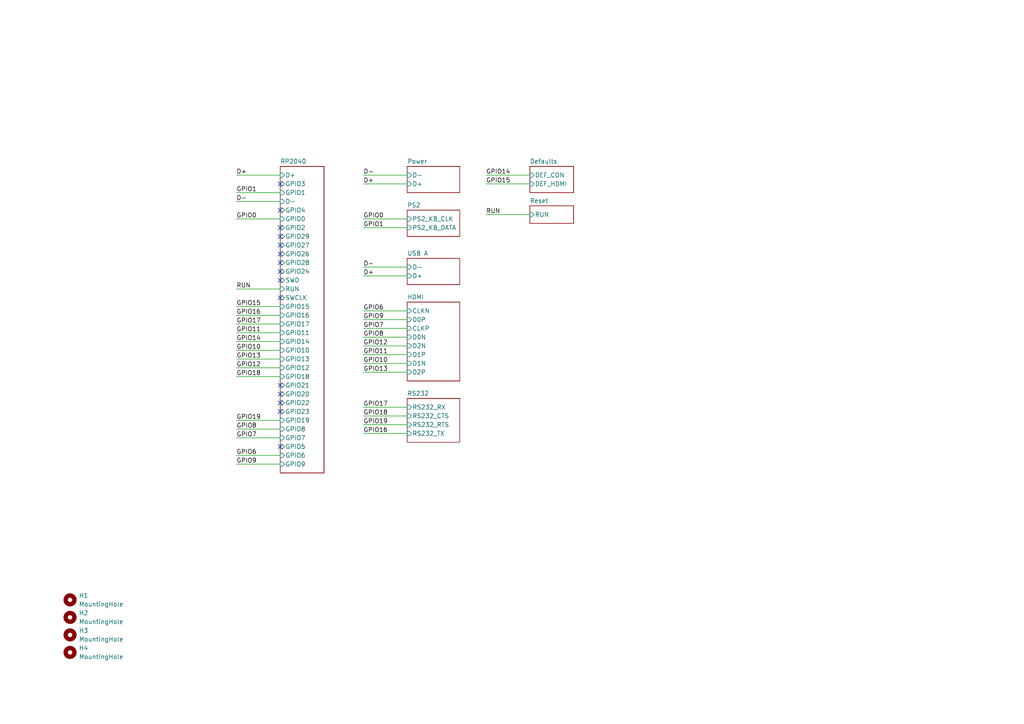
<source format=kicad_sch>
(kicad_sch (version 20231120) (generator "eeschema") (generator_version "8.0")
  (paper "A4")
  (title_block (title "VersaTerm") (date "2025-02-03") (rev "2.01") (company "Mikhail Matveev") (comment 1 "https://github.com/xtremespb/frank"))
  (lib_symbols
    (symbol "Mechanical:MountingHole" (pin_names (offset 1.016)) (exclude_from_sim yes) (in_bom no)
      (property "Reference" "H" (at 0 5.08 0))
      (property "Value" "MountingHole" (at 0 3.175 0))
      (symbol "MountingHole_0_1"
        (circle (center 0 0) (radius 1.27) (stroke (width 1.27)))
      )
    )
  )
  (no_connect (at 81.28 76.2))
  (no_connect (at 81.28 78.74))
  (no_connect (at 81.28 116.84))
  (no_connect (at 81.28 111.76))
  (no_connect (at 81.28 86.36))
  (no_connect (at 81.28 60.96))
  (no_connect (at 81.28 66.04))
  (no_connect (at 81.28 53.34))
  (no_connect (at 81.28 119.38))
  (no_connect (at 81.28 73.66))
  (no_connect (at 81.28 114.3))
  (no_connect (at 81.28 71.12))
  (no_connect (at 81.28 81.28))
  (no_connect (at 81.28 68.58))
  (no_connect (at 81.28 129.54))
  (wire (pts (xy 68.58 132.08) (xy 81.28 132.08)))
  (wire (pts (xy 105.41 125.73) (xy 118.11 125.73)))
  (wire (pts (xy 105.41 66.04) (xy 118.11 66.04)))
  (wire (pts (xy 68.58 127) (xy 81.28 127)))
  (wire (pts (xy 140.97 50.8) (xy 153.67 50.8)))
  (wire (pts (xy 105.41 102.87) (xy 118.11 102.87)))
  (wire (pts (xy 68.58 134.62) (xy 81.28 134.62)))
  (wire (pts (xy 105.41 120.65) (xy 118.11 120.65)))
  (wire (pts (xy 105.41 118.11) (xy 118.11 118.11)))
  (wire (pts (xy 68.58 91.44) (xy 81.28 91.44)))
  (wire (pts (xy 68.58 106.68) (xy 81.28 106.68)))
  (wire (pts (xy 105.41 53.34) (xy 118.11 53.34)))
  (wire (pts (xy 105.41 97.79) (xy 118.11 97.79)))
  (wire (pts (xy 105.41 50.8) (xy 118.11 50.8)))
  (wire (pts (xy 105.41 92.71) (xy 118.11 92.71)))
  (wire (pts (xy 105.41 90.17) (xy 118.11 90.17)))
  (wire (pts (xy 68.58 124.46) (xy 81.28 124.46)))
  (wire (pts (xy 105.41 80.01) (xy 118.11 80.01)))
  (wire (pts (xy 68.58 88.9) (xy 81.28 88.9)))
  (wire (pts (xy 68.58 50.8) (xy 81.28 50.8)))
  (wire (pts (xy 68.58 96.52) (xy 81.28 96.52)))
  (wire (pts (xy 105.41 105.41) (xy 118.11 105.41)))
  (wire (pts (xy 68.58 101.6) (xy 81.28 101.6)))
  (wire (pts (xy 68.58 58.42) (xy 81.28 58.42)))
  (wire (pts (xy 105.41 63.5) (xy 118.11 63.5)))
  (wire (pts (xy 140.97 53.34) (xy 153.67 53.34)))
  (wire (pts (xy 105.41 95.25) (xy 118.11 95.25)))
  (wire (pts (xy 68.58 109.22) (xy 81.28 109.22)))
  (wire (pts (xy 68.58 104.14) (xy 81.28 104.14)))
  (wire (pts (xy 105.41 123.19) (xy 118.11 123.19)))
  (wire (pts (xy 105.41 77.47) (xy 118.11 77.47)))
  (wire (pts (xy 68.58 99.06) (xy 81.28 99.06)))
  (wire (pts (xy 140.97 62.23) (xy 153.67 62.23)))
  (wire (pts (xy 68.58 63.5) (xy 81.28 63.5)))
  (wire (pts (xy 68.58 93.98) (xy 81.28 93.98)))
  (wire (pts (xy 68.58 83.82) (xy 81.28 83.82)))
  (wire (pts (xy 68.58 55.88) (xy 81.28 55.88)))
  (wire (pts (xy 68.58 121.92) (xy 81.28 121.92)))
  (wire (pts (xy 105.41 100.33) (xy 118.11 100.33)))
  (wire (pts (xy 105.41 107.95) (xy 118.11 107.95)))
  (label "GPIO8" (at 68.58 124.46 0))
  (label "D+" (at 105.41 53.34 0))
  (label "GPIO0" (at 68.58 63.5 0))
  (label "GPIO7" (at 105.41 95.25 0))
  (label "GPIO15" (at 140.97 53.34 0))
  (label "D+" (at 68.58 50.8 0))
  (label "GPIO1" (at 105.41 66.04 0))
  (label "GPIO10" (at 68.58 101.6 0))
  (label "GPIO12" (at 105.41 100.33 0))
  (label "D-" (at 105.41 77.47 0))
  (label "GPIO14" (at 140.97 50.8 0))
  (label "GPIO16" (at 105.41 125.73 0))
  (label "GPIO6" (at 68.58 132.08 0))
  (label "GPIO18" (at 105.41 120.65 0))
  (label "D+" (at 105.41 80.01 0))
  (label "GPIO14" (at 68.58 99.06 0))
  (label "GPIO9" (at 68.58 134.62 0))
  (label "GPIO12" (at 68.58 106.68 0))
  (label "GPIO0" (at 105.41 63.5 0))
  (label "GPIO18" (at 68.58 109.22 0))
  (label "GPIO7" (at 68.58 127 0))
  (label "GPIO13" (at 105.41 107.95 0))
  (label "RUN" (at 68.58 83.82 0))
  (label "GPIO6" (at 105.41 90.17 0))
  (label "GPIO11" (at 68.58 96.52 0))
  (label "GPIO19" (at 68.58 121.92 0))
  (label "GPIO19" (at 105.41 123.19 0))
  (label "GPIO1" (at 68.58 55.88 0))
  (label "GPIO8" (at 105.41 97.79 0))
  (label "GPIO11" (at 105.41 102.87 0))
  (label "GPIO17" (at 68.58 93.98 0))
  (label "RUN" (at 140.97 62.23 0))
  (label "GPIO16" (at 68.58 91.44 0))
  (label "GPIO15" (at 68.58 88.9 0))
  (label "GPIO13" (at 68.58 104.14 0))
  (label "D-" (at 105.41 50.8 0))
  (label "GPIO9" (at 105.41 92.71 0))
  (label "GPIO17" (at 105.41 118.11 0))
  (label "GPIO10" (at 105.41 105.41 0))
  (label "D-" (at 68.58 58.42 0))
  (symbol (lib_id "Mechanical:MountingHole") (at 20.32 184.15 0) (unit 1) (exclude_from_sim yes) (in_bom no)
    (property "Reference" "H3" (at 22.86 182.8799 0) (effects (justify left)))
    (property "Value" "MountingHole" (at 22.86 185.4199 0) (effects (justify left)))
    (property "Footprint" "MountingHole:MountingHole_2.7mm" (effects (hide yes)))
    (property "Description" "Mounting Hole without connection" (effects (hide yes)))
  )
  (symbol (lib_id "Mechanical:MountingHole") (at 20.32 179.07 0) (unit 1) (exclude_from_sim yes) (in_bom no)
    (property "Reference" "H2" (at 22.86 177.7999 0) (effects (justify left)))
    (property "Value" "MountingHole" (at 22.86 180.3399 0) (effects (justify left)))
    (property "Footprint" "MountingHole:MountingHole_2.7mm" (effects (hide yes)))
    (property "Description" "Mounting Hole without connection" (effects (hide yes)))
  )
  (symbol (lib_id "Mechanical:MountingHole") (at 20.32 189.23 0) (unit 1) (exclude_from_sim yes) (in_bom no)
    (property "Reference" "H4" (at 22.86 187.9599 0) (effects (justify left)))
    (property "Value" "MountingHole" (at 22.86 190.4999 0) (effects (justify left)))
    (property "Footprint" "MountingHole:MountingHole_2.7mm" (effects (hide yes)))
    (property "Description" "Mounting Hole without connection" (effects (hide yes)))
  )
  (symbol (lib_id "Mechanical:MountingHole") (at 20.32 173.99 0) (unit 1) (exclude_from_sim yes) (in_bom no)
    (property "Reference" "H1" (at 22.86 172.7199 0) (effects (justify left)))
    (property "Value" "MountingHole" (at 22.86 175.2599 0) (effects (justify left)))
    (property "Footprint" "MountingHole:MountingHole_2.7mm" (effects (hide yes)))
    (property "Description" "Mounting Hole without connection" (effects (hide yes)))
  )
  (sheet (at 153.67 48.26) (size 12.7 7.62) (stroke (width 0.1524))
    (property "Sheetname" "Defaults" (at 153.67 47.5484 0) (effects (justify left bottom)))
    (property "Sheetfile" "button.kicad_sch" (effects (hide yes)))
    (pin "DEF_HDMI" input (at 153.67 53.34 180))
    (pin "DEF_CON" input (at 153.67 50.8 180))
  )
  (sheet (at 153.67 59.69) (size 12.7 5.08) (stroke (width 0.1524))
    (property "Sheetname" "Reset" (at 153.67 58.9784 0) (effects (justify left bottom)))
    (property "Sheetfile" "reset.kicad_sch" (effects (hide yes)))
    (pin "RUN" input (at 153.67 62.23 180))
  )
  (sheet (at 118.11 115.57) (size 15.24 12.7) (stroke (width 0.1524))
    (property "Sheetname" "RS232" (at 118.11 114.8584 0) (effects (justify left bottom)))
    (property "Sheetfile" "rs232.kicad_sch" (effects (hide yes)))
    (pin "RS232_TX" input (at 118.11 125.73 180))
    (pin "RS232_RTS" input (at 118.11 123.19 180))
    (pin "RS232_RX" input (at 118.11 118.11 180))
    (pin "RS232_CTS" input (at 118.11 120.65 180))
  )
  (sheet (at 118.11 48.26) (size 15.24 7.62) (stroke (width 0.1524))
    (property "Sheetname" "Power" (at 118.11 47.5484 0) (effects (justify left bottom)))
    (property "Sheetfile" "power.kicad_sch" (effects (hide yes)))
    (pin "D-" input (at 118.11 50.8 180))
    (pin "D+" input (at 118.11 53.34 180))
  )
  (sheet (at 118.11 60.96) (size 15.24 7.62) (stroke (width 0.1524))
    (property "Sheetname" "PS2" (at 118.11 60.2484 0) (effects (justify left bottom)))
    (property "Sheetfile" "ps2.kicad_sch" (effects (hide yes)))
    (pin "PS2_KB_CLK" input (at 118.11 63.5 180))
    (pin "PS2_KB_DATA" input (at 118.11 66.04 180))
  )
  (sheet (at 81.28 48.26) (size 12.7 88.9) (stroke (width 0.1524))
    (property "Sheetname" "RP2040" (at 81.28 47.5484 0) (effects (justify left bottom)))
    (property "Sheetfile" "rp2040.kicad_sch" (effects (hide yes)))
    (pin "D+" input (at 81.28 50.8 180))
    (pin "GPIO3" input (at 81.28 53.34 180))
    (pin "GPIO1" input (at 81.28 55.88 180))
    (pin "D-" input (at 81.28 58.42 180))
    (pin "GPIO4" input (at 81.28 60.96 180))
    (pin "GPIO0" input (at 81.28 63.5 180))
    (pin "GPIO2" input (at 81.28 66.04 180))
    (pin "GPIO29" input (at 81.28 68.58 180))
    (pin "GPIO27" input (at 81.28 71.12 180))
    (pin "GPIO26" input (at 81.28 73.66 180))
    (pin "GPIO28" input (at 81.28 76.2 180))
    (pin "GPIO24" input (at 81.28 78.74 180))
    (pin "SWD" input (at 81.28 81.28 180))
    (pin "RUN" input (at 81.28 83.82 180))
    (pin "SWCLK" input (at 81.28 86.36 180))
    (pin "GPIO15" input (at 81.28 88.9 180))
    (pin "GPIO16" input (at 81.28 91.44 180))
    (pin "GPIO17" input (at 81.28 93.98 180))
    (pin "GPIO11" input (at 81.28 96.52 180))
    (pin "GPIO14" input (at 81.28 99.06 180))
    (pin "GPIO10" input (at 81.28 101.6 180))
    (pin "GPIO13" input (at 81.28 104.14 180))
    (pin "GPIO12" input (at 81.28 106.68 180))
    (pin "GPIO18" input (at 81.28 109.22 180))
    (pin "GPIO21" input (at 81.28 111.76 180))
    (pin "GPIO20" input (at 81.28 114.3 180))
    (pin "GPIO22" input (at 81.28 116.84 180))
    (pin "GPIO23" input (at 81.28 119.38 180))
    (pin "GPIO19" input (at 81.28 121.92 180))
    (pin "GPIO8" input (at 81.28 124.46 180))
    (pin "GPIO7" input (at 81.28 127 180))
    (pin "GPIO5" input (at 81.28 129.54 180))
    (pin "GPIO6" input (at 81.28 132.08 180))
    (pin "GPIO9" input (at 81.28 134.62 180))
  )
  (sheet (at 118.11 87.63) (size 15.24 22.86) (stroke (width 0.1524))
    (property "Sheetname" "HDMI" (at 118.11 86.9184 0) (effects (justify left bottom)))
    (property "Sheetfile" "hdmi.kicad_sch" (effects (hide yes)))
    (pin "CLKN" input (at 118.11 90.17 180))
    (pin "D0P" input (at 118.11 92.71 180))
    (pin "CLKP" input (at 118.11 95.25 180))
    (pin "D0N" input (at 118.11 97.79 180))
    (pin "D2N" input (at 118.11 100.33 180))
    (pin "D1P" input (at 118.11 102.87 180))
    (pin "D1N" input (at 118.11 105.41 180))
    (pin "D2P" input (at 118.11 107.95 180))
  )
  (sheet (at 118.11 74.93) (size 15.24 7.62) (stroke (width 0.1524))
    (property "Sheetname" "USB A" (at 118.11 74.2184 0) (effects (justify left bottom)))
    (property "Sheetfile" "usba.kicad_sch" (effects (hide yes)))
    (pin "D-" input (at 118.11 77.47 180))
    (pin "D+" input (at 118.11 80.01 180))
  )
)
</source>
